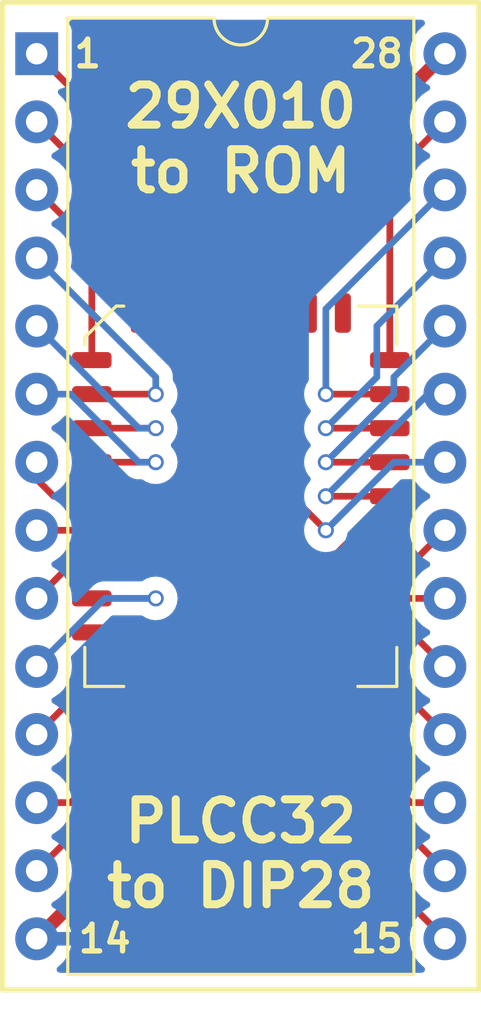
<source format=kicad_pcb>
(kicad_pcb (version 20211014) (generator pcbnew)
  (title_block (title "PLCC32 to DIP28") (date "2017-12-09") (rev "0.1") (company "FLACO 2017, licence of this PCB is CC-BY-NC-SA") (comment 1 "Fit a PLCC 29F010 to an Atari ST DIP Rom socket"))
  (layers (0 "F.Cu" signal) (31 "B.Cu" signal) (34 "B.Paste" user) (35 "F.Paste" user) (36 "B.SilkS" user "B.Silkscreen") (37 "F.SilkS" user "F.Silkscreen") (38 "B.Mask" user) (39 "F.Mask" user) (44 "Edge.Cuts" user))
  (net 0 "")
  (net 1 "D3")
  (net 2 "A16")
  (net 3 "D4")
  (net 4 "A15")
  (net 5 "D5")
  (net 6 "A12")
  (net 7 "D6")
  (net 8 "A7")
  (net 9 "D7")
  (net 10 "A6")
  (net 11 "CE")
  (net 12 "A5")
  (net 13 "A10")
  (net 14 "A4")
  (net 15 "OE")
  (net 16 "A3")
  (net 17 "A11")
  (net 18 "A2")
  (net 19 "A9")
  (net 20 "A1")
  (net 21 "A8")
  (net 22 "A0")
  (net 23 "A13")
  (net 24 "D0")
  (net 25 "A14")
  (net 26 "D1")
  (net 27 "D2")
  (net 28 "WE")
  (footprint "Package_DIP:DIP-28_W15.24mm" (layer "F.Cu") (at 165.1 88.9)
    (fp_text reference "U1" hide)
    (fp_text value "ATARI-ROM-DIP")
    (fp_line (start 14.08 34.35) (end 14.08 -1.33) (layer "F.SilkS") (width 0.12))
    (fp_line (start 6.62 -1.33) (end 1.16 -1.33) (layer "F.SilkS") (width 0.12))
    (fp_line (start 1.16 34.35) (end 14.08 34.35) (layer "F.SilkS") (width 0.12))
    (fp_line (start 14.08 -1.33) (end 8.62 -1.33) (layer "F.SilkS") (width 0.12))
    (fp_line (start 1.16 -1.33) (end 1.16 34.35) (layer "F.SilkS") (width 0.12))
    (fp_arc (start 8.62 -1.33) (mid 7.62 -0.33) (end 6.62 -1.33) (layer "F.SilkS") (width 0.12))
    (pad "1" thru_hole rect (at 0 0) (size 1.6 1.6) (drill 0.8) (layers *.Cu *.Mask) (net 4 "A15"))
    (pad "2" thru_hole oval (at 0 2.54) (size 1.6 1.6) (drill 0.8) (layers *.Cu *.Mask) (net 6 "A12"))
    (pad "3" thru_hole oval (at 0 5.08) (size 1.6 1.6) (drill 0.8) (layers *.Cu *.Mask) (net 8 "A7"))
    (pad "4" thru_hole oval (at 0 7.62) (size 1.6 1.6) (drill 0.8) (layers *.Cu *.Mask) (net 10 "A6"))
    (pad "5" thru_hole oval (at 0 10.16) (size 1.6 1.6) (drill 0.8) (layers *.Cu *.Mask) (net 12 "A5"))
    (pad "6" thru_hole oval (at 0 12.7) (size 1.6 1.6) (drill 0.8) (layers *.Cu *.Mask) (net 14 "A4"))
    (pad "7" thru_hole oval (at 0 15.24) (size 1.6 1.6) (drill 0.8) (layers *.Cu *.Mask) (net 16 "A3"))
    (pad "8" thru_hole oval (at 0 17.78) (size 1.6 1.6) (drill 0.8) (layers *.Cu *.Mask) (net 18 "A2"))
    (pad "9" thru_hole oval (at 0 20.32) (size 1.6 1.6) (drill 0.8) (layers *.Cu *.Mask) (net 20 "A1"))
    (pad "10" thru_hole oval (at 0 22.86) (size 1.6 1.6) (drill 0.8) (layers *.Cu *.Mask) (net 22 "A0"))
    (pad "11" thru_hole oval (at 0 25.4) (size 1.6 1.6) (drill 0.8) (layers *.Cu *.Mask) (net 24 "D0"))
    (pad "12" thru_hole oval (at 0 27.94) (size 1.6 1.6) (drill 0.8) (layers *.Cu *.Mask) (net 26 "D1"))
    (pad "13" thru_hole oval (at 0 30.48) (size 1.6 1.6) (drill 0.8) (layers *.Cu *.Mask) (net 27 "D2"))
    (pad "14" thru_hole oval (at 0 33.02) (size 1.6 1.6) (drill 0.8) (layers *.Cu *.Mask) (net 15 "OE"))
    (pad "15" thru_hole oval (at 15.24 33.02) (size 1.6 1.6) (drill 0.8) (layers *.Cu *.Mask) (net 1 "D3"))
    (pad "16" thru_hole oval (at 15.24 30.48) (size 1.6 1.6) (drill 0.8) (layers *.Cu *.Mask) (net 3 "D4"))
    (pad "17" thru_hole oval (at 15.24 27.94) (size 1.6 1.6) (drill 0.8) (layers *.Cu *.Mask) (net 5 "D5"))
    (pad "18" thru_hole oval (at 15.24 25.4) (size 1.6 1.6) (drill 0.8) (layers *.Cu *.Mask) (net 7 "D6"))
    (pad "19" thru_hole oval (at 15.24 22.86) (size 1.6 1.6) (drill 0.8) (layers *.Cu *.Mask) (net 9 "D7"))
    (pad "20" thru_hole oval (at 15.24 20.32) (size 1.6 1.6) (drill 0.8) (layers *.Cu *.Mask) (net 11 "CE"))
    (pad "21" thru_hole oval (at 15.24 17.78) (size 1.6 1.6) (drill 0.8) (layers *.Cu *.Mask) (net 13 "A10"))
    (pad "22" thru_hole oval (at 15.24 15.24) (size 1.6 1.6) (drill 0.8) (layers *.Cu *.Mask) (net 2 "A16"))
    (pad "23" thru_hole oval (at 15.24 12.7) (size 1.6 1.6) (drill 0.8) (layers *.Cu *.Mask) (net 17 "A11"))
    (pad "24" thru_hole oval (at 15.24 10.16) (size 1.6 1.6) (drill 0.8) (layers *.Cu *.Mask) (net 19 "A9"))
    (pad "25" thru_hole oval (at 15.24 7.62) (size 1.6 1.6) (drill 0.8) (layers *.Cu *.Mask) (net 21 "A8"))
    (pad "26" thru_hole oval (at 15.24 5.08) (size 1.6 1.6) (drill 0.8) (layers *.Cu *.Mask) (net 23 "A13"))
    (pad "27" thru_hole oval (at 15.24 2.54) (size 1.6 1.6) (drill 0.8) (layers *.Cu *.Mask) (net 25 "A14"))
    (pad "28" thru_hole oval (at 15.24 0) (size 1.6 1.6) (drill 0.8) (layers *.Cu *.Mask) (net 28 "WE"))
  )
  (footprint "Package_LCC:PLCC-32_11.4x14.0mm_P1.27mm" (layer "F.Cu") (at 172.72 105.41)
    (fp_text reference "U2" hide)
    (fp_text value "29F010-DIP")
    (fp_line (start 5.825 7.095) (end 5.825 5.64) (layer "F.SilkS") (width 0.12))
    (fp_line (start 5.825 -7.095) (end 5.825 -5.64) (layer "F.SilkS") (width 0.12))
    (fp_line (start -4.652782 -7.095) (end -5.825 -5.922782) (layer "F.SilkS") (width 0.12))
    (fp_line (start -4.37 7.095) (end -5.825 7.095) (layer "F.SilkS") (width 0.12))
    (fp_line (start -5.825 7.095) (end -5.825 5.64) (layer "F.SilkS") (width 0.12))
    (fp_line (start -5.825 -5.922782) (end -5.825 -5.64) (layer "F.SilkS") (width 0.12))
    (fp_line (start 4.37 -7.095) (end 5.825 -7.095) (layer "F.SilkS") (width 0.12))
    (fp_line (start -4.37 -7.095) (end -4.652782 -7.095) (layer "F.SilkS") (width 0.12))
    (fp_line (start 4.37 7.095) (end 5.825 7.095) (layer "F.SilkS") (width 0.12))
    (pad "1" smd roundrect (at 0 -6.8375) (size 0.6 1.475) (layers "F.Cu" "F.Paste" "F.Mask"))
    (pad "2" smd roundrect (at -1.27 -6.8375) (size 0.6 1.475) (layers "F.Cu" "F.Paste" "F.Mask") (net 2 "A16"))
    (pad "3" smd roundrect (at -2.54 -6.8375) (size 0.6 1.475) (layers "F.Cu" "F.Paste" "F.Mask") (net 4 "A15"))
    (pad "4" smd roundrect (at -3.81 -6.8375) (size 0.6 1.475) (layers "F.Cu" "F.Paste" "F.Mask") (net 6 "A12"))
    (pad "5" smd roundrect (at -5.5625 -5.08) (size 1.475 0.6) (layers "F.Cu" "F.Paste" "F.Mask") (net 8 "A7"))
    (pad "6" smd roundrect (at -5.5625 -3.81) (size 1.475 0.6) (layers "F.Cu" "F.Paste" "F.Mask") (net 10 "A6"))
    (pad "7" smd roundrect (at -5.5625 -2.54) (size 1.475 0.6) (layers "F.Cu" "F.Paste" "F.Mask") (net 12 "A5"))
    (pad "8" smd roundrect (at -5.5625 -1.27) (size 1.475 0.6) (layers "F.Cu" "F.Paste" "F.Mask") (net 14 "A4"))
    (pad "9" smd roundrect (at -5.5625 0) (size 1.475 0.6) (layers "F.Cu" "F.Paste" "F.Mask") (net 16 "A3"))
    (pad "10" smd roundrect (at -5.5625 1.27) (size 1.475 0.6) (layers "F.Cu" "F.Paste" "F.Mask") (net 18 "A2"))
    (pad "11" smd roundrect (at -5.5625 2.54) (size 1.475 0.6) (layers "F.Cu" "F.Paste" "F.Mask") (net 20 "A1"))
    (pad "12" smd roundrect (at -5.5625 3.81) (size 1.475 0.6) (layers "F.Cu" "F.Paste" "F.Mask") (net 22 "A0"))
    (pad "13" smd roundrect (at -5.5625 5.08) (size 1.475 0.6) (layers "F.Cu" "F.Paste" "F.Mask") (net 24 "D0"))
    (pad "14" smd roundrect (at -3.81 6.8375) (size 0.6 1.475) (layers "F.Cu" "F.Paste" "F.Mask") (net 26 "D1"))
    (pad "15" smd roundrect (at -2.54 6.8375) (size 0.6 1.475) (layers "F.Cu" "F.Paste" "F.Mask") (net 27 "D2"))
    (pad "16" smd roundrect (at -1.27 6.8375) (size 0.6 1.475) (layers "F.Cu" "F.Paste" "F.Mask") (net 15 "OE"))
    (pad "17" smd roundrect (at 0 6.8375) (size 0.6 1.475) (layers "F.Cu" "F.Paste" "F.Mask") (net 1 "D3"))
    (pad "18" smd roundrect (at 1.27 6.8375) (size 0.6 1.475) (layers "F.Cu" "F.Paste" "F.Mask") (net 3 "D4"))
    (pad "19" smd roundrect (at 2.54 6.8375) (size 0.6 1.475) (layers "F.Cu" "F.Paste" "F.Mask") (net 5 "D5"))
    (pad "20" smd roundrect (at 3.81 6.8375) (size 0.6 1.475) (layers "F.Cu" "F.Paste" "F.Mask") (net 7 "D6"))
    (pad "21" smd roundrect (at 5.5625 5.08) (size 1.475 0.6) (layers "F.Cu" "F.Paste" "F.Mask") (net 9 "D7"))
    (pad "22" smd roundrect (at 5.5625 3.81) (size 1.475 0.6) (layers "F.Cu" "F.Paste" "F.Mask") (net 11 "CE"))
    (pad "23" smd roundrect (at 5.5625 2.54) (size 1.475 0.6) (layers "F.Cu" "F.Paste" "F.Mask") (net 13 "A10"))
    (pad "24" smd roundrect (at 5.5625 1.27) (size 1.475 0.6) (layers "F.Cu" "F.Paste" "F.Mask") (net 15 "OE"))
    (pad "25" smd roundrect (at 5.5625 0) (size 1.475 0.6) (layers "F.Cu" "F.Paste" "F.Mask") (net 17 "A11"))
    (pad "26" smd roundrect (at 5.5625 -1.27) (size 1.475 0.6) (layers "F.Cu" "F.Paste" "F.Mask") (net 19 "A9"))
    (pad "27" smd roundrect (at 5.5625 -2.54) (size 1.475 0.6) (layers "F.Cu" "F.Paste" "F.Mask") (net 21 "A8"))
    (pad "28" smd roundrect (at 5.5625 -3.81) (size 1.475 0.6) (layers "F.Cu" "F.Paste" "F.Mask") (net 23 "A13"))
    (pad "29" smd roundrect (at 5.5625 -5.08) (size 1.475 0.6) (layers "F.Cu" "F.Paste" "F.Mask") (net 25 "A14"))
    (pad "30" smd roundrect (at 3.81 -6.8375) (size 0.6 1.475) (layers "F.Cu" "F.Paste" "F.Mask"))
    (pad "31" smd roundrect (at 2.54 -6.8375) (size 0.6 1.475) (layers "F.Cu" "F.Paste" "F.Mask") (net 28 "WE"))
    (pad "32" smd roundrect (at 1.27 -6.8375) (size 0.6 1.475) (layers "F.Cu" "F.Paste" "F.Mask") (net 28 "WE"))
  )
  (gr_line (start 163.83 123.825) (end 163.83 86.995) (layer "F.SilkS") (width 0.2))
  (gr_line (start 163.83 86.995) (end 181.61 86.995) (layer "F.SilkS") (width 0.2))
  (gr_line (start 181.61 123.825) (end 163.83 123.825) (layer "F.SilkS") (width 0.2))
  (gr_line (start 181.61 86.995) (end 181.61 123.825) (layer "F.SilkS") (width 0.2))
  (gr_text "14" (at 167.64 121.92) (layer "F.SilkS") (effects (font (size 1 1) (thickness 0.2))))
  (gr_text "28" (at 177.8 88.9) (layer "F.SilkS") (effects (font (size 1 1) (thickness 0.2))))
  (gr_text "15" (at 177.8 121.92) (layer "F.SilkS") (effects (font (size 1 1) (thickness 0.2))))
  (gr_text "1" (at 167.005 88.9) (layer "F.SilkS") (effects (font (size 1 1) (thickness 0.2))))
  (gr_text "PLCC32\nto DIP28" (at 172.72 118.745) (layer "F.SilkS") (effects (font (size 1.5 1.5) (thickness 0.3))))
  (gr_text "29X010\nto ROM" (at 172.72 92.075) (layer "F.SilkS") (effects (font (size 1.5 1.5) (thickness 0.3))))
  (segment (start 172.72 112.2475) (end 172.72 114.3) (width 0.25) (layer "F.Cu") (net 1))
  (segment (start 172.72 114.3) (end 180.34 121.92) (width 0.25) (layer "F.Cu") (net 1))
  (segment (start 171.45 102.235) (end 171.45 98.5725) (width 0.25) (layer "F.Cu") (net 2))
  (segment (start 175.895 106.68) (end 171.45 102.235) (width 0.25) (layer "F.Cu") (net 2))
  (via (at 175.895 106.68) (size 0.6) (drill 0.4) (layers "F.Cu" "B.Cu") (net 2))
  (segment (start 178.435 104.14) (end 180.34 104.14) (width 0.25) (layer "B.Cu") (net 2))
  (segment (start 175.895 106.68) (end 178.435 104.14) (width 0.25) (layer "B.Cu") (net 2))
  (segment (start 173.99 113.03) (end 180.34 119.38) (width 0.25) (layer "F.Cu") (net 3))
  (segment (start 173.99 112.2475) (end 173.99 113.03) (width 0.25) (layer "F.Cu") (net 3))
  (segment (start 170.18 93.98) (end 165.1 88.9) (width 0.25) (layer "F.Cu") (net 4))
  (segment (start 170.18 98.5725) (end 170.18 93.98) (width 0.25) (layer "F.Cu") (net 4))
  (segment (start 175.26 113.03) (end 179.07 116.84) (width 0.25) (layer "F.Cu") (net 5))
  (segment (start 175.26 112.2475) (end 175.26 113.03) (width 0.25) (layer "F.Cu") (net 5))
  (segment (start 179.07 116.84) (end 180.34 116.84) (width 0.25) (layer "F.Cu") (net 5))
  (segment (start 168.91 98.5725) (end 168.91 95.25) (width 0.25) (layer "F.Cu") (net 6))
  (segment (start 168.91 95.25) (end 165.1 91.44) (width 0.25) (layer "F.Cu") (net 6))
  (segment (start 178.2875 112.2475) (end 180.34 114.3) (width 0.25) (layer "F.Cu") (net 7))
  (segment (start 176.53 112.2475) (end 178.2875 112.2475) (width 0.25) (layer "F.Cu") (net 7))
  (segment (start 167.1575 96.0375) (end 165.1 93.98) (width 0.25) (layer "F.Cu") (net 8))
  (segment (start 167.1575 100.33) (end 167.1575 96.0375) (width 0.25) (layer "F.Cu") (net 8))
  (segment (start 179.07 110.49) (end 180.34 111.76) (width 0.25) (layer "F.Cu") (net 9))
  (segment (start 178.2825 110.49) (end 179.07 110.49) (width 0.25) (layer "F.Cu") (net 9))
  (segment (start 169.545 101.6) (end 167.1575 101.6) (width 0.25) (layer "F.Cu") (net 10))
  (via (at 169.545 101.6) (size 0.6) (drill 0.4) (layers "F.Cu" "B.Cu") (net 10))
  (segment (start 169.545 101.6) (end 169.545 100.965) (width 0.25) (layer "B.Cu") (net 10))
  (segment (start 169.545 100.965) (end 165.1 96.52) (width 0.25) (layer "B.Cu") (net 10))
  (segment (start 178.2825 109.22) (end 180.34 109.22) (width 0.25) (layer "F.Cu") (net 11))
  (segment (start 169.545 102.87) (end 167.1575 102.87) (width 0.25) (layer "F.Cu") (net 12))
  (via (at 169.545 102.87) (size 0.6) (drill 0.4) (layers "F.Cu" "B.Cu") (net 12))
  (segment (start 169.545 102.87) (end 168.91 102.87) (width 0.25) (layer "B.Cu") (net 12))
  (segment (start 168.91 102.87) (end 165.1 99.06) (width 0.25) (layer "B.Cu") (net 12))
  (segment (start 179.07 107.95) (end 180.34 106.68) (width 0.25) (layer "F.Cu") (net 13))
  (segment (start 178.2825 107.95) (end 179.07 107.95) (width 0.25) (layer "F.Cu") (net 13))
  (segment (start 169.545 104.14) (end 167.1575 104.14) (width 0.25) (layer "F.Cu") (net 14))
  (via (at 169.545 104.14) (size 0.6) (drill 0.4) (layers "F.Cu" "B.Cu") (net 14))
  (segment (start 166.37 101.6) (end 165.1 101.6) (width 0.25) (layer "B.Cu") (net 14))
  (segment (start 169.545 104.14) (end 168.91 104.14) (width 0.25) (layer "B.Cu") (net 14))
  (segment (start 168.91 104.14) (end 166.37 101.6) (width 0.25) (layer "B.Cu") (net 14))
  (segment (start 171.45 112.395) (end 171.45 115.57) (width 0.5) (layer "F.Cu") (net 15))
  (segment (start 171.45 115.57) (end 165.1 121.92) (width 0.5) (layer "F.Cu") (net 15))
  (segment (start 174.625 107.95) (end 175.895 107.95) (width 0.25) (layer "F.Cu") (net 15))
  (segment (start 171.45 111.125) (end 174.625 107.95) (width 0.25) (layer "F.Cu") (net 15))
  (segment (start 177.165 106.68) (end 178.2825 106.68) (width 0.25) (layer "F.Cu") (net 15))
  (segment (start 175.895 107.95) (end 177.165 106.68) (width 0.25) (layer "F.Cu") (net 15))
  (segment (start 171.45 112.395) (end 171.45 111.125) (width 0.25) (layer "F.Cu") (net 15))
  (segment (start 165.1 104.775) (end 165.1 104.14) (width 0.25) (layer "F.Cu") (net 16))
  (segment (start 167.1575 105.41) (end 165.735 105.41) (width 0.25) (layer "F.Cu") (net 16))
  (segment (start 165.735 105.41) (end 165.1 104.775) (width 0.25) (layer "F.Cu") (net 16))
  (segment (start 175.895 105.41) (end 178.2825 105.41) (width 0.25) (layer "F.Cu") (net 17))
  (via (at 175.895 105.41) (size 0.6) (drill 0.4) (layers "F.Cu" "B.Cu") (net 17))
  (segment (start 175.895 105.41) (end 179.705 101.6) (width 0.25) (layer "B.Cu") (net 17))
  (segment (start 179.705 101.6) (end 180.34 101.6) (width 0.25) (layer "B.Cu") (net 17))
  (segment (start 167.1575 106.68) (end 165.1 106.68) (width 0.25) (layer "F.Cu") (net 18))
  (segment (start 175.895 104.14) (end 178.2825 104.14) (width 0.25) (layer "F.Cu") (net 19))
  (via (at 175.895 104.14) (size 0.6) (drill 0.4) (layers "F.Cu" "B.Cu") (net 19))
  (segment (start 178.435 100.965) (end 180.34 99.06) (width 0.25) (layer "B.Cu") (net 19))
  (segment (start 175.895 104.14) (end 178.435 101.6) (width 0.25) (layer "B.Cu") (net 19))
  (segment (start 178.435 101.6) (end 178.435 100.965) (width 0.25) (layer "B.Cu") (net 19))
  (segment (start 166.37 107.95) (end 165.1 109.22) (width 0.25) (layer "F.Cu") (net 20))
  (segment (start 167.1575 107.95) (end 166.37 107.95) (width 0.25) (layer "F.Cu") (net 20))
  (segment (start 175.895 102.87) (end 178.2825 102.87) (width 0.25) (layer "F.Cu") (net 21))
  (via (at 175.895 102.87) (size 0.6) (drill 0.4) (layers "F.Cu" "B.Cu") (net 21))
  (segment (start 177.8 100.965) (end 177.8 99.06) (width 0.25) (layer "B.Cu") (net 21))
  (segment (start 175.895 102.87) (end 177.8 100.965) (width 0.25) (layer "B.Cu") (net 21))
  (segment (start 177.8 99.06) (end 180.34 96.52) (width 0.25) (layer "B.Cu") (net 21))
  (segment (start 167.1575 109.22) (end 169.545 109.22) (width 0.25) (layer "F.Cu") (net 22))
  (via (at 169.545 109.22) (size 0.6) (drill 0.4) (layers "F.Cu" "B.Cu") (net 22))
  (segment (start 169.545 109.22) (end 167.64 109.22) (width 0.25) (layer "B.Cu") (net 22))
  (segment (start 167.64 109.22) (end 165.1 111.76) (width 0.25) (layer "B.Cu") (net 22))
  (segment (start 178.2825 101.6) (end 175.895 101.6) (width 0.25) (layer "F.Cu") (net 23))
  (via (at 175.895 101.6) (size 0.6) (drill 0.4) (layers "F.Cu" "B.Cu") (net 23))
  (segment (start 175.895 101.6) (end 175.895 98.425) (width 0.25) (layer "B.Cu") (net 23))
  (segment (start 175.895 98.425) (end 180.34 93.98) (width 0.25) (layer "B.Cu") (net 23))
  (segment (start 167.1575 110.49) (end 167.1575 112.2425) (width 0.25) (layer "F.Cu") (net 24))
  (segment (start 167.1575 112.2425) (end 165.1 114.3) (width 0.25) (layer "F.Cu") (net 24))
  (segment (start 178.2825 93.4975) (end 180.34 91.44) (width 0.25) (layer "F.Cu") (net 25))
  (segment (start 178.2825 100.33) (end 178.2825 93.4975) (width 0.25) (layer "F.Cu") (net 25))
  (segment (start 168.91 112.2475) (end 168.91 114.3) (width 0.25) (layer "F.Cu") (net 26))
  (segment (start 166.37 116.84) (end 165.1 116.84) (width 0.25) (layer "F.Cu") (net 26))
  (segment (start 168.91 114.3) (end 166.37 116.84) (width 0.25) (layer "F.Cu") (net 26))
  (segment (start 170.18 112.2475) (end 170.18 114.3) (width 0.25) (layer "F.Cu") (net 27))
  (segment (start 170.18 114.3) (end 165.1 119.38) (width 0.25) (layer "F.Cu") (net 27))
  (segment (start 173.99 95.25) (end 173.99 98.5725) (width 0.5) (layer "F.Cu") (net 28))
  (segment (start 175.26 93.98) (end 173.99 95.25) (width 0.5) (layer "F.Cu") (net 28))
  (segment (start 175.26 93.98) (end 180.34 88.9) (width 0.5) (layer "F.Cu") (net 28))
  (segment (start 175.26 93.98) (end 175.26 98.5725) (width 0.25) (layer "F.Cu") (net 28))
  (zone (net 15) (net_name "OE") (layer "B.Cu") (connect_pads (clearance 0.508)) (min_thickness 0.254) (fill yes (thermal_gap 0.508) (thermal_bridge_width 0.508))
    (polygon (pts (xy 180.975 123.19) (xy 164.465 123.19) (xy 164.465 87.63) (xy 180.975 87.63)))
  )
)
</source>
